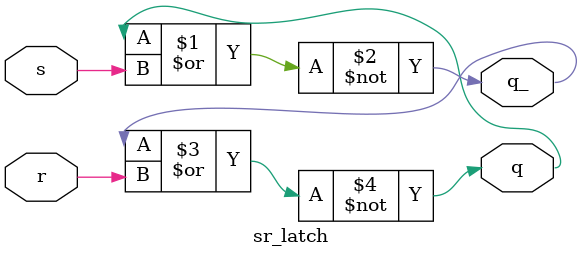
<source format=v>

module sr_latch (input s, r,
			output q, q_);

	nor (q_, q, s);
	nor (q, q_, r);

endmodule

</source>
